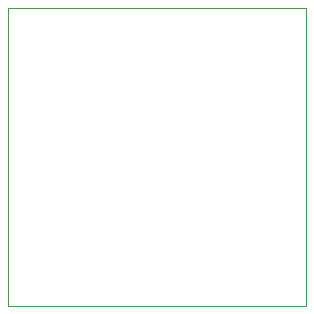
<source format=gm1>
%TF.GenerationSoftware,KiCad,Pcbnew,5.99.0+really5.1.10+dfsg1-1*%
%TF.CreationDate,2021-06-06T12:48:15-04:00*%
%TF.ProjectId,5x1_knob,3578315f-6b6e-46f6-922e-6b696361645f,rev?*%
%TF.SameCoordinates,Original*%
%TF.FileFunction,Profile,NP*%
%FSLAX46Y46*%
G04 Gerber Fmt 4.6, Leading zero omitted, Abs format (unit mm)*
G04 Created by KiCad (PCBNEW 5.99.0+really5.1.10+dfsg1-1) date 2021-06-06 12:48:15*
%MOMM*%
%LPD*%
G01*
G04 APERTURE LIST*
%TA.AperFunction,Profile*%
%ADD10C,0.050000*%
%TD*%
G04 APERTURE END LIST*
D10*
X0Y-25273000D02*
X0Y0D01*
X25273000Y-25273000D02*
X0Y-25273000D01*
X25273000Y0D02*
X25273000Y-25273000D01*
X0Y0D02*
X25273000Y0D01*
M02*

</source>
